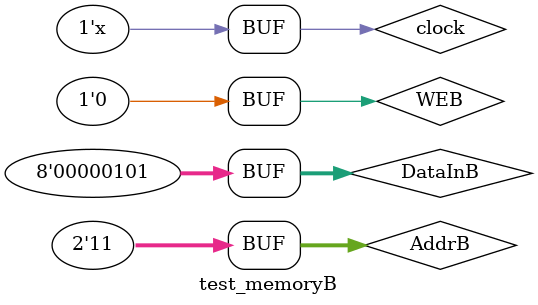
<source format=v>

module test_memoryB;

reg WEB;
reg clock;
reg [7:0]DataInB;
reg [1:0]AddrB;

memB mb1(WEB,clock, DataInB, AddrB);

initial
begin
WEB=1'b0;
DataInB=8'b0;
AddrB=2'b0;
clock=0;
#10 WEB=1'b1;
AddrB=2'b11;
DataInB=8'd5;

#10 WEB=1'b0;

end

always #1 clock=~clock;

endmodule
</source>
